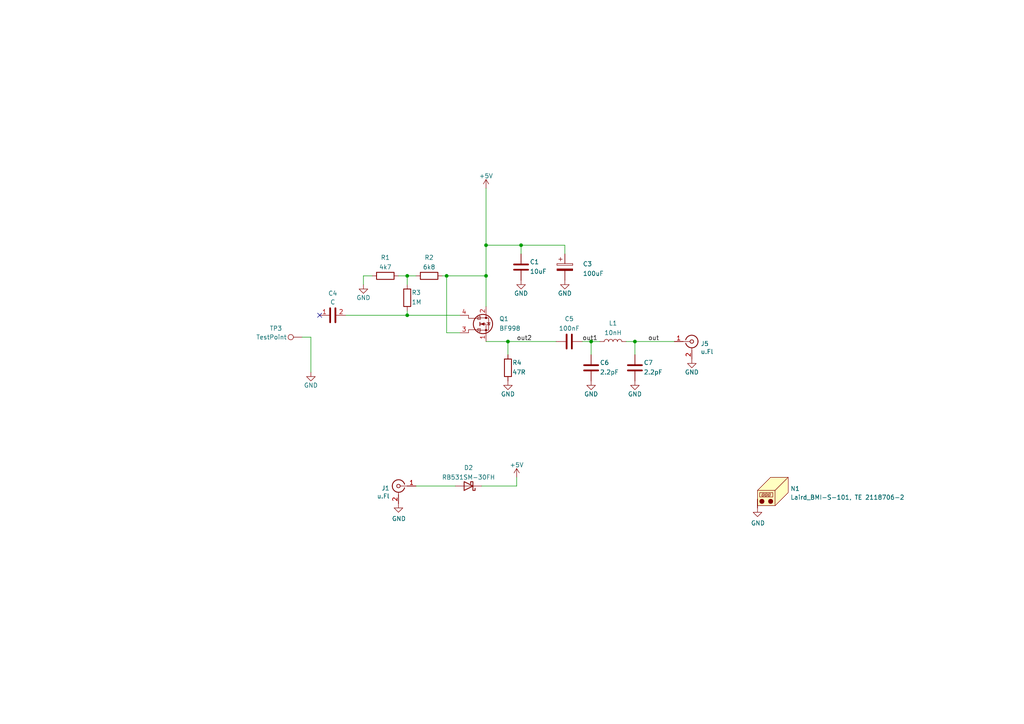
<source format=kicad_sch>
(kicad_sch (version 20211123) (generator eeschema)
  (paper "A4")
  (lib_symbols
    (symbol "BF998:BF998" (pin_names hide)
      (property "Reference" "Q" (at 5.08 1.905 0))
      (property "Value" "BF998" (at 5.08 0 0))
      (symbol "BF998_0_1"
        (polyline (pts (xy 0.254 -2.032) (xy 0.254 -1.27)) (stroke (width 0.254)))
        (polyline (pts (xy 0.254 2.032) (xy 0.254 1.27)) (stroke (width 0.254)))
        (polyline (pts (xy 0.762 -1.27) (xy 0.762 -2.286)) (stroke (width 0.254)))
        (polyline (pts (xy 0.762 0.508) (xy 0.762 -0.508)) (stroke (width 0.254)))
        (polyline (pts (xy 0.762 2.286) (xy 0.762 1.27)) (stroke (width 0.254)))
        (polyline (pts (xy 2.54 2.54) (xy 2.54 1.778)))
        (polyline (pts (xy 0.254 -1.651) (xy -2.54 -1.651) (xy -2.54 -2.54)))
        (polyline (pts (xy 0.254 1.651) (xy -2.54 1.651) (xy -2.54 2.54)))
        (polyline (pts (xy 2.54 -2.54) (xy 2.54 0) (xy 0.762 0)))
        (polyline (pts (xy 0.762 -1.778) (xy 3.302 -1.778) (xy 3.302 1.778) (xy 0.762 1.778)))
        (polyline (pts (xy 1.016 0) (xy 2.032 0.381) (xy 2.032 -0.381) (xy 1.016 0)) (fill (type outline)))
        (polyline (pts (xy 2.794 0.508) (xy 2.921 0.381) (xy 3.683 0.381) (xy 3.81 0.254)))
        (polyline (pts (xy 3.302 0.381) (xy 2.921 -0.254) (xy 3.683 -0.254) (xy 3.302 0.381)))
        (circle (center 1.651 0) (radius 2.794) (stroke (width 0.254)))
        (circle (center 2.54 -1.778) (radius 0.254) (fill (type outline)))
        (circle (center 2.54 1.778) (radius 0.254) (fill (type outline)))
      )
      (symbol "BF998_1_1"
        (pin passive line (at 2.54 -5.08 90) (length 2.54) (name "S") (number "1"))
        (pin passive line (at 2.54 5.08 270) (length 2.54) (name "D") (number "2"))
        (pin passive line (at -5.08 -2.54 0) (length 2.54) (name "G2") (number "3"))
        (pin passive line (at -5.08 2.54 0) (length 2.54) (name "G1") (number "4"))
      )
    )
    (symbol "C_1" (pin_names (offset 0.254))
      (property "Reference" "C" (at 0.635 2.54 0))
      (property "Value" "C_1" (at 0.635 -2.54 0))
      (symbol "C_1_0_1"
        (polyline (pts (xy -2.032 -0.762) (xy 2.032 -0.762)) (stroke (width 0.508)))
        (polyline (pts (xy -2.032 0.762) (xy 2.032 0.762)) (stroke (width 0.508)))
      )
      (symbol "C_1_1_1"
        (pin passive line (at 0 3.81 270) (length 2.794) (name "~") (number "1"))
        (pin passive line (at 0 -3.81 90) (length 2.794) (name "~") (number "2"))
      )
    )
    (symbol "Connector:Conn_Coaxial" (pin_names (offset 1.016) hide)
      (property "Reference" "J" (at 0.254 3.048 0))
      (property "Value" "Conn_Coaxial" (at 2.921 0 90))
      (symbol "Conn_Coaxial_0_1"
        (arc (start -1.778 -0.508) (mid 0.222 -1.808) (end 1.778 0) (stroke (width 0.254)))
        (polyline (pts (xy -2.54 0) (xy -0.508 0)))
        (polyline (pts (xy 0 -2.54) (xy 0 -1.778)))
        (circle (center 0 0) (radius 0.508) (stroke (width 0.2032)))
        (arc (start 1.778 0) (mid 0.222 1.8083) (end -1.778 0.508) (stroke (width 0.254)))
      )
      (symbol "Conn_Coaxial_1_1"
        (pin passive line (at -5.08 0 0) (length 2.54) (name "In") (number "1"))
        (pin passive line (at 0 -5.08 90) (length 2.54) (name "Ext") (number "2"))
      )
    )
    (symbol "Connector:TestPoint" (pin_numbers hide) (pin_names (offset 0.762) hide)
      (property "Reference" "TP" (at 0 6.858 0))
      (property "Value" "TestPoint" (at 0 5.08 0))
      (symbol "TestPoint_0_1"
        (circle (center 0 3.302) (radius 0.762))
      )
      (symbol "TestPoint_1_1"
        (pin passive line (at 0 0 90) (length 2.54) (name "1") (number "1"))
      )
    )
    (symbol "Device:C" (pin_numbers hide) (pin_names (offset 0.254))
      (property "Reference" "C" (at 0.635 2.54 0))
      (property "Value" "C" (at 0.635 -2.54 0))
      (symbol "C_0_1"
        (polyline (pts (xy -2.032 -0.762) (xy 2.032 -0.762)) (stroke (width 0.508)))
        (polyline (pts (xy -2.032 0.762) (xy 2.032 0.762)) (stroke (width 0.508)))
      )
      (symbol "C_1_1"
        (pin passive line (at 0 3.81 270) (length 2.794) (name "~") (number "1"))
        (pin passive line (at 0 -3.81 90) (length 2.794) (name "~") (number "2"))
      )
    )
    (symbol "Device:C_Polarized" (pin_numbers hide) (pin_names (offset 0.254))
      (property "Reference" "C" (at 0.635 2.54 0))
      (property "Value" "C_Polarized" (at 0.635 -2.54 0))
      (symbol "C_Polarized_0_1"
        (rectangle (start -2.286 0.508) (end 2.286 1.016))
        (polyline (pts (xy -1.778 2.286) (xy -0.762 2.286)))
        (polyline (pts (xy -1.27 2.794) (xy -1.27 1.778)))
        (rectangle (start 2.286 -0.508) (end -2.286 -1.016) (fill (type outline)))
      )
      (symbol "C_Polarized_1_1"
        (pin passive line (at 0 3.81 270) (length 2.794) (name "~") (number "1"))
        (pin passive line (at 0 -3.81 90) (length 2.794) (name "~") (number "2"))
      )
    )
    (symbol "Device:D_Schottky" (pin_numbers hide) (pin_names (offset 1.016) hide)
      (property "Reference" "D" (at 0 2.54 0))
      (property "Value" "D_Schottky" (at 0 -2.54 0))
      (symbol "D_Schottky_0_1"
        (polyline (pts (xy 1.27 0) (xy -1.27 0)))
        (polyline (pts (xy 1.27 1.27) (xy 1.27 -1.27) (xy -1.27 0) (xy 1.27 1.27)) (stroke (width 0.254)))
        (polyline (pts (xy -1.905 0.635) (xy -1.905 1.27) (xy -1.27 1.27) (xy -1.27 -1.27) (xy -0.635 -1.27) (xy -0.635 -0.635)) (stroke (width 0.254)))
      )
      (symbol "D_Schottky_1_1"
        (pin passive line (at -3.81 0 0) (length 2.54) (name "K") (number "1"))
        (pin passive line (at 3.81 0 180) (length 2.54) (name "A") (number "2"))
      )
    )
    (symbol "Device:L" (pin_numbers hide) (pin_names (offset 1.016) hide)
      (property "Reference" "L" (at -1.27 0 90))
      (property "Value" "L" (at 1.905 0 90))
      (symbol "L_0_1"
        (arc (start 0 -2.54) (mid 0.635 -1.905) (end 0 -1.27))
        (arc (start 0 -1.27) (mid 0.635 -0.635) (end 0 0))
        (arc (start 0 0) (mid 0.635 0.635) (end 0 1.27))
        (arc (start 0 1.27) (mid 0.635 1.905) (end 0 2.54))
      )
      (symbol "L_1_1"
        (pin passive line (at 0 3.81 270) (length 1.27) (name "1") (number "1"))
        (pin passive line (at 0 -3.81 90) (length 1.27) (name "2") (number "2"))
      )
    )
    (symbol "Device:R" (pin_numbers hide) (pin_names (offset 0))
      (property "Reference" "R" (at 2.032 0 90))
      (property "Value" "R" (at 0 0 90))
      (symbol "R_0_1"
        (rectangle (start -1.016 -2.54) (end 1.016 2.54) (stroke (width 0.254)))
      )
      (symbol "R_1_1"
        (pin passive line (at 0 3.81 270) (length 1.27) (name "~") (number "1"))
        (pin passive line (at 0 -3.81 90) (length 1.27) (name "~") (number "2"))
      )
    )
    (symbol "Mechanical:Housing_Pad" (pin_numbers hide) (pin_names (offset 1.016) hide)
      (property "Reference" "N" (at 4.445 0 0))
      (property "Value" "Housing_Pad" (at 4.445 -1.905 0))
      (symbol "Housing_Pad_0_1"
        (rectangle (start -4.445 -0.635) (end -0.635 -1.905))
        (circle (center -3.81 -3.175) (radius 0.635) (fill (type outline)))
        (circle (center -1.27 -3.175) (radius 0.635) (fill (type outline)))
        (polyline (pts (xy -3.8862 -1.5748) (xy -3.8354 -1.3716)))
        (polyline (pts (xy -3.7846 -1.6764) (xy -3.429 -1.6764)))
        (polyline (pts (xy -3.7846 -1.2192) (xy -3.7338 -0.9652)))
        (polyline (pts (xy -3.683 -1.3208) (xy -3.3782 -1.3208)))
        (polyline (pts (xy -3.5814 -0.9144) (xy -3.2766 -0.9144)))
        (polyline (pts (xy -3.2766 -1.6256) (xy -3.2258 -1.3716)))
        (polyline (pts (xy -3.175 -1.2192) (xy -3.1242 -0.9652)))
        (polyline (pts (xy -2.9718 -1.5748) (xy -2.921 -1.3716)))
        (polyline (pts (xy -2.8702 -1.6764) (xy -2.5146 -1.6764)))
        (polyline (pts (xy -2.8702 -1.2192) (xy -2.8194 -0.9652)))
        (polyline (pts (xy -2.7686 -1.3208) (xy -2.4638 -1.3208)))
        (polyline (pts (xy -2.667 -0.9144) (xy -2.3622 -0.9144)))
        (polyline (pts (xy -2.3622 -1.6256) (xy -2.3114 -1.3716)))
        (polyline (pts (xy -2.2606 -1.2192) (xy -2.2098 -0.9652)))
        (polyline (pts (xy -2.0574 -1.5748) (xy -2.0066 -1.3716)))
        (polyline (pts (xy -1.9558 -1.6764) (xy -1.6002 -1.6764)))
        (polyline (pts (xy -1.9558 -1.2192) (xy -1.905 -0.9652)))
        (polyline (pts (xy -1.8542 -1.3208) (xy -1.5494 -1.3208)))
        (polyline (pts (xy -1.7526 -0.9144) (xy -1.4478 -0.9144)))
        (polyline (pts (xy -1.4478 -1.6256) (xy -1.397 -1.3716)))
        (polyline (pts (xy -1.3462 -1.2192) (xy -1.2954 -0.9652)))
        (polyline (pts (xy 0 0) (xy 0 -4.445)))
        (polyline (pts (xy -5.08 0) (xy 0 0) (xy 3.81 3.81)))
        (polyline (pts (xy -5.08 0) (xy -5.08 -4.445) (xy 0 -4.445) (xy 3.81 -0.635) (xy 3.81 3.81) (xy -1.27 3.81) (xy -5.08 0)) (fill (type background)))
      )
      (symbol "Housing_Pad_1_1"
        (pin input line (at -5.08 -5.08 90) (length 2.54) (name "PAD") (number "1"))
      )
    )
    (symbol "power:+5V" (power) (pin_names (offset 0))
      (property "Value" "+5V" (at 0 3.556 0))
      (symbol "+5V_0_1"
        (polyline (pts (xy -0.762 1.27) (xy 0 2.54)))
        (polyline (pts (xy 0 0) (xy 0 2.54)))
        (polyline (pts (xy 0 2.54) (xy 0.762 1.27)))
      )
      (symbol "+5V_1_1"
        (pin power_in line (at 0 0 90) (length 0) hide (name "+5V") (number "1"))
      )
    )
    (symbol "power:GND" (power) (pin_names (offset 0))
      (property "Value" "GND" (at 0 -3.81 0))
      (symbol "GND_0_1"
        (polyline (pts (xy 0 0) (xy 0 -1.27) (xy 1.27 -1.27) (xy 0 -2.54) (xy -1.27 -1.27) (xy 0 -1.27)))
      )
      (symbol "GND_1_1"
        (pin power_in line (at 0 0 270) (length 0) hide (name "GND") (number "1"))
      )
    )
  )
  (junction (at 118.11 91.44))
  (junction (at 147.32 99.06))
  (junction (at 140.97 71.12))
  (junction (at 140.97 80.01))
  (junction (at 171.45 99.06))
  (junction (at 151.13 71.12))
  (junction (at 118.11 80.01))
  (junction (at 184.15 99.06))
  (junction (at 129.54 80.01))
  (no_connect (at 92.71 91.44))
  (wire (pts (xy 184.15 99.06) (xy 195.58 99.06)))
  (wire (pts (xy 129.54 80.01) (xy 129.54 96.52)))
  (wire (pts (xy 151.13 71.12) (xy 163.83 71.12)))
  (wire (pts (xy 118.11 91.44) (xy 118.11 90.17)))
  (wire (pts (xy 118.11 80.01) (xy 120.65 80.01)))
  (wire (pts (xy 181.61 99.06) (xy 184.15 99.06)))
  (wire (pts (xy 140.97 99.06) (xy 147.32 99.06)))
  (wire (pts (xy 107.95 80.01) (xy 105.41 80.01)))
  (wire (pts (xy 139.7 140.97) (xy 149.86 140.97)))
  (wire (pts (xy 151.13 71.12) (xy 151.13 73.66)))
  (wire (pts (xy 140.97 54.61) (xy 140.97 71.12)))
  (wire (pts (xy 140.97 71.12) (xy 140.97 80.01)))
  (wire (pts (xy 118.11 80.01) (xy 118.11 82.55)))
  (wire (pts (xy 171.45 99.06) (xy 173.99 99.06)))
  (wire (pts (xy 171.45 99.06) (xy 171.45 102.87)))
  (wire (pts (xy 163.83 73.66) (xy 163.83 71.12)))
  (wire (pts (xy 133.35 96.52) (xy 129.54 96.52)))
  (wire (pts (xy 90.17 97.79) (xy 90.17 107.95)))
  (wire (pts (xy 120.65 140.97) (xy 132.08 140.97)))
  (wire (pts (xy 115.57 80.01) (xy 118.11 80.01)))
  (wire (pts (xy 128.27 80.01) (xy 129.54 80.01)))
  (wire (pts (xy 100.33 91.44) (xy 118.11 91.44)))
  (wire (pts (xy 105.41 80.01) (xy 105.41 82.55)))
  (wire (pts (xy 133.35 91.44) (xy 118.11 91.44)))
  (wire (pts (xy 184.15 99.06) (xy 184.15 102.87)))
  (wire (pts (xy 140.97 80.01) (xy 140.97 88.9)))
  (wire (pts (xy 87.63 97.79) (xy 90.17 97.79)))
  (wire (pts (xy 147.32 99.06) (xy 161.29 99.06)))
  (wire (pts (xy 140.97 71.12) (xy 151.13 71.12)))
  (wire (pts (xy 129.54 80.01) (xy 140.97 80.01)))
  (wire (pts (xy 149.86 140.97) (xy 149.86 138.43)))
  (wire (pts (xy 147.32 99.06) (xy 147.32 102.87)))
  (wire (pts (xy 168.91 99.06) (xy 171.45 99.06)))
  (label "out1" (at 168.91 99.06 0))
  (label "out2" (at 149.86 99.06 0))
  (label "out" (at 187.96 99.06 0))
  (symbol (lib_id "power:+5V") (at 140.97 54.61 0) (unit 1)
    (property "Reference" "#PWR0112" (effects hide))
    (property "Value" "+5V" (at 140.97 51.0342 0))
  )
  (symbol (lib_id "power:GND") (at 163.83 81.28 0) (unit 1)
    (property "Reference" "#PWR0103" (effects hide))
    (property "Value" "GND" (at 163.83 85.09 0))
  )
  (symbol (lib_id "BF998:BF998") (at 138.43 93.98 0) (unit 1)
    (property "Reference" "Q1" (at 144.78 92.4749 0) (effects (justify left)))
    (property "Value" "BF998" (at 144.78 95.25 0) (effects (justify left)))
    (property "Footprint" "FETProbe:SOT-143_mod" (effects hide))
    (property "LCSC" "C108141" (effects hide))
  )
  (symbol (lib_id "Device:C") (at 171.45 106.68 180) (unit 1)
    (property "Reference" "C6" (at 173.99 105.1749 0) (effects (justify right)))
    (property "Value" "2.2pF" (at 173.99 107.95 0) (effects (justify right)))
    (property "Footprint" "Capacitor_SMD:C_0402_1005Metric" (effects hide))
    (property "dielectric" "NP0" (effects hide))
    (property "LCSC" "C437438" (effects hide))
  )
  (symbol (lib_id "Device:C") (at 165.1 99.06 90) (unit 1)
    (property "Reference" "C5" (at 165.1 92.4749 90))
    (property "Value" "100nF" (at 165.1 95.25 90))
    (property "Footprint" "Capacitor_SMD:C_1206_3216Metric" (effects hide))
    (property "dielectric" "NP0" (effects hide))
    (property "LCSC" "C97946" (effects hide))
  )
  (symbol (lib_id "power:GND") (at 200.66 104.14 0) (unit 1)
    (property "Reference" "#PWR0107" (effects hide))
    (property "Value" "GND" (at 200.66 107.95 0))
  )
  (symbol (lib_id "Connector:TestPoint") (at 87.63 97.79 90) (unit 1) (in_bom no)
    (property "Reference" "TP3" (at 80.01 95.25 90))
    (property "Value" "TestPoint" (at 78.74 97.79 90))
    (property "Footprint" "TestPoint:TestPoint_THTPad_D2.0mm_Drill1.0mm" (effects hide))
  )
  (symbol (lib_id "power:GND") (at 219.71 147.32 0) (unit 1)
    (property "Reference" "#PWR02" (effects hide))
    (property "Value" "GND" (at 219.837 151.7142 0))
  )
  (symbol (lib_id "Device:C_Polarized") (at 163.83 77.47 0) (unit 1)
    (property "Reference" "C3" (at 169.037 76.5615 0) (effects (justify left)))
    (property "Value" "100uF" (at 169.037 79.3366 0) (effects (justify left)))
    (property "Footprint" "Capacitor_Tantalum_SMD:CP_EIA-3216-18_Kemet-A" (effects hide))
    (property "voltage" "6V3" (effects hide))
    (property "LCSC" "C122251" (effects hide))
  )
  (symbol (lib_id "Connector:Conn_Coaxial") (at 115.57 140.97 0) (mirror y) (unit 1)
    (property "Reference" "J1" (at 113.03 141.605 0) (effects (justify left)))
    (property "Value" "u.Fl" (at 113.03 143.9164 0) (effects (justify left)))
    (property "Footprint" "Connector_Coaxial:U.FL_Molex_MCRF_73412-0110_Vertical" (effects hide))
    (property "Datasheet" " ~" (effects hide))
    (property "LCSC" "C88374" (effects hide))
  )
  (symbol (lib_id "power:GND") (at 90.17 107.95 0) (unit 1)
    (property "Reference" "#PWR0113" (effects hide))
    (property "Value" "GND" (at 90.17 111.76 0))
  )
  (symbol (lib_id "Device:D_Schottky") (at 135.89 140.97 180) (unit 1)
    (property "Reference" "D2" (at 135.89 135.6549 0))
    (property "Value" "RB531SM-30FH" (at 135.89 138.43 0))
    (property "Footprint" "Diode_SMD:D_SOD-523" (effects hide))
    (property "comment" "just about any schottky will do" (effects hide))
    (property "LCSC" "C50676" (effects hide))
  )
  (symbol (lib_id "Device:R") (at 147.32 106.68 0) (unit 1)
    (property "Reference" "R4" (at 148.59 105.1749 0) (effects (justify left)))
    (property "Value" "47R" (at 148.59 107.95 0) (effects (justify left)))
    (property "Footprint" "Resistor_SMD:R_0402_1005Metric" (effects hide))
    (property "comment" "general purpose" (effects hide))
    (property "dielectric" "1%" (effects hide))
    (property "LCSC" "C25118" (effects hide))
  )
  (symbol (lib_name "C_1") (lib_id "Device:C") (at 96.52 91.44 90) (unit 1) (in_bom no)
    (property "Reference" "C4" (at 96.52 85.09 90))
    (property "Value" "C" (at 96.52 87.63 90))
    (property "Footprint" "FETProbe:input_cap" (effects hide))
  )
  (symbol (lib_id "power:GND") (at 171.45 110.49 0) (unit 1)
    (property "Reference" "#PWR0105" (effects hide))
    (property "Value" "GND" (at 171.45 114.3 0))
  )
  (symbol (lib_id "Device:L") (at 177.8 99.06 90) (unit 1)
    (property "Reference" "L1" (at 177.8 93.7449 90))
    (property "Value" "10nH" (at 177.8 96.52 90))
    (property "Footprint" "Inductor_SMD:L_0402_1005Metric" (effects hide))
    (property "LCSC" "C382409" (effects hide))
  )
  (symbol (lib_id "power:+5V") (at 149.86 138.43 0) (unit 1)
    (property "Reference" "#PWR0115" (effects hide))
    (property "Value" "+5V" (at 149.86 134.8542 0))
  )
  (symbol (lib_id "Mechanical:Housing_Pad") (at 224.79 142.24 0) (unit 1)
    (property "Reference" "N1" (at 229.235 141.7228 0) (effects (justify left)))
    (property "Value" "Laird_BMI-S-101, TE 2118706-2" (at 229.235 144.2597 0) (effects (justify left)))
    (property "Footprint" "RF_Shielding:Laird_Technologies_BMI-S-101_13.66x12.70mm" (effects hide))
    (property "comment" "remove one sidewall" (effects hide))
  )
  (symbol (lib_id "Device:R") (at 124.46 80.01 90) (unit 1)
    (property "Reference" "R2" (at 124.46 74.6949 90))
    (property "Value" "6k8" (at 124.46 77.47 90))
    (property "Footprint" "Resistor_SMD:R_0402_1005Metric" (effects hide))
    (property "comment" "general purpose" (effects hide))
    (property "dielectric" "1%" (effects hide))
    (property "LCSC" "C25917" (effects hide))
  )
  (symbol (lib_id "Connector:Conn_Coaxial") (at 200.66 99.06 0) (unit 1)
    (property "Reference" "J5" (at 203.2 99.695 0) (effects (justify left)))
    (property "Value" "u.Fl" (at 203.2 102.0064 0) (effects (justify left)))
    (property "Footprint" "Connector_Coaxial:U.FL_Molex_MCRF_73412-0110_Vertical" (effects hide))
    (property "Datasheet" " ~" (effects hide))
    (property "LCSC" "C88374" (effects hide))
  )
  (symbol (lib_id "power:GND") (at 151.13 81.28 0) (unit 1)
    (property "Reference" "#PWR0101" (effects hide))
    (property "Value" "GND" (at 151.13 85.09 0))
  )
  (symbol (lib_id "Device:R") (at 111.76 80.01 90) (unit 1)
    (property "Reference" "R1" (at 111.76 74.6949 90))
    (property "Value" "4k7" (at 111.76 77.47 90))
    (property "Footprint" "Resistor_SMD:R_0402_1005Metric" (effects hide))
    (property "comment" "general purpose" (effects hide))
    (property "dielectric" "1%" (effects hide))
    (property "LCSC" "C25900" (effects hide))
  )
  (symbol (lib_id "power:GND") (at 105.41 82.55 0) (unit 1)
    (property "Reference" "#PWR0114" (effects hide))
    (property "Value" "GND" (at 105.41 86.36 0))
  )
  (symbol (lib_id "Device:C") (at 151.13 77.47 180) (unit 1)
    (property "Reference" "C1" (at 153.67 75.9649 0) (effects (justify right)))
    (property "Value" "10uF" (at 153.67 78.74 0) (effects (justify right)))
    (property "Footprint" "Capacitor_SMD:C_0402_1005Metric" (effects hide))
    (property "voltage" "10V" (effects hide))
    (property "LCSC" "C15525" (effects hide))
  )
  (symbol (lib_id "power:GND") (at 184.15 110.49 0) (unit 1)
    (property "Reference" "#PWR0106" (effects hide))
    (property "Value" "GND" (at 184.15 114.3 0))
  )
  (symbol (lib_id "Device:C") (at 184.15 106.68 180) (unit 1)
    (property "Reference" "C7" (at 186.69 105.1749 0) (effects (justify right)))
    (property "Value" "2.2pF" (at 186.69 107.95 0) (effects (justify right)))
    (property "Footprint" "Capacitor_SMD:C_0402_1005Metric" (effects hide))
    (property "dielectric" "NP0" (effects hide))
    (property "LCSC" "C437438" (effects hide))
  )
  (symbol (lib_id "power:GND") (at 115.57 146.05 0) (unit 1)
    (property "Reference" "#PWR01" (effects hide))
    (property "Value" "GND" (at 115.697 150.4442 0))
  )
  (symbol (lib_id "Device:R") (at 118.11 86.36 0) (unit 1)
    (property "Reference" "R3" (at 119.38 84.8549 0) (effects (justify left)))
    (property "Value" "1M" (at 119.38 87.63 0) (effects (justify left)))
    (property "Footprint" "Resistor_SMD:R_0402_1005Metric" (effects hide))
    (property "comment" "general purpose" (effects hide))
    (property "dielectric" "1%" (effects hide))
    (property "LCSC" "C26083" (effects hide))
  )
  (symbol (lib_id "power:GND") (at 147.32 110.49 0) (unit 1)
    (property "Reference" "#PWR0104" (effects hide))
    (property "Value" "GND" (at 147.32 114.3 0))
  )
)
</source>
